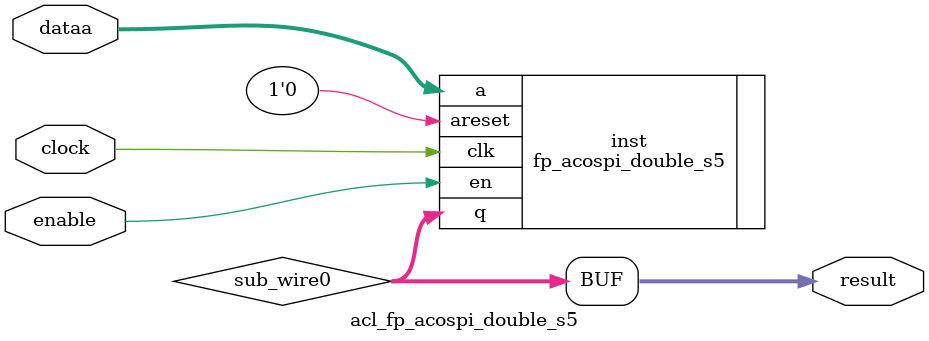
<source format=v>
`timescale 1 ps / 1 ps
module acl_fp_acospi_double_s5 (
	enable,
	clock,
	dataa,
	result);

	input	  enable;
	input	  clock;
	input	[63:0]  dataa;
	output	[63:0]  result;

	wire [63:0] sub_wire0;
	wire [63:0] result = sub_wire0[63:0];

  fp_acospi_double_s5 inst(
        .a(dataa),
        .en(enable),
        .q(sub_wire0),
        .clk(clock),
        .areset(1'b0)
        );

endmodule

</source>
